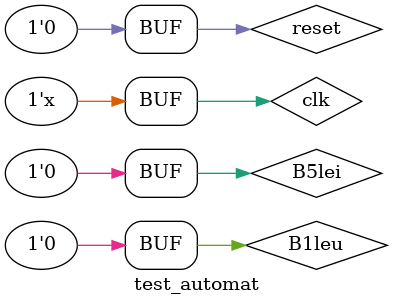
<source format=v>
module test_automat();

  reg clk, reset, B1leu, B5lei;
  wire cafea, rest;

  automat_bauturi a1(clk, reset, B1leu, B5lei, cafea, rest);

  initial
    begin


    reset = 1;
    #20 reset = 0; clk = 0;
    #20 B1leu = 1; B5lei = 0;
    #20 B1leu = 1; B5lei = 0;
    #20 B1leu = 0; B5lei = 0;
    #20 B1leu = 0; B5lei = 0;
    #20 B1leu = 0; B5lei = 0;
    #20 B1leu = 0; B5lei = 1;
    #20 B1leu = 1; B5lei = 0;
    #20 B1leu = 0; B5lei = 0; 

    end

  always
  #10 clk = !clk;

endmodule

</source>
